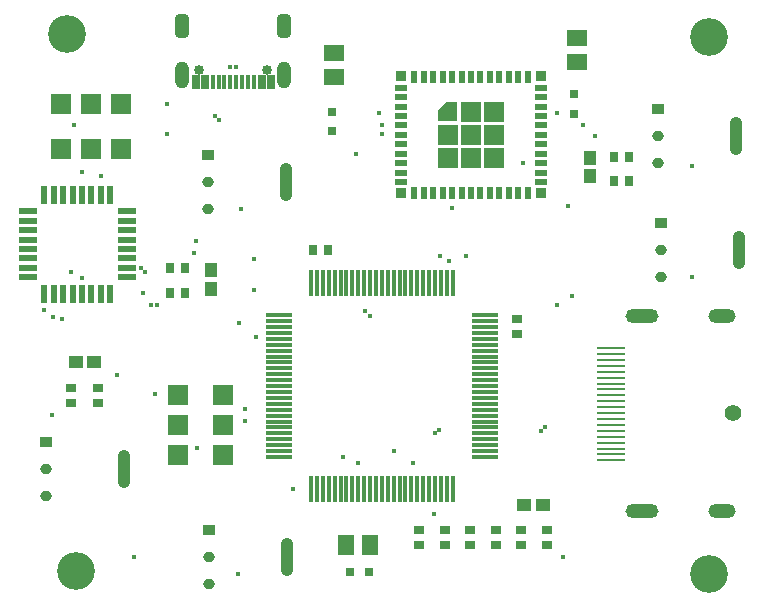
<source format=gbr>
%TF.GenerationSoftware,Altium Limited,Altium Designer,23.4.1 (23)*%
G04 Layer_Color=8388736*
%FSLAX45Y45*%
%MOMM*%
%TF.SameCoordinates,1140DA37-B3DB-4B23-8321-DC1501029C55*%
%TF.FilePolarity,Negative*%
%TF.FileFunction,Soldermask,Top*%
%TF.Part,Single*%
G01*
G75*
%TA.AperFunction,SMDPad,CuDef*%
%ADD19R,0.75814X0.81213*%
G04:AMPARAMS|DCode=20|XSize=1.00429mm|YSize=3.18213mm|CornerRadius=0.43687mm|HoleSize=0mm|Usage=FLASHONLY|Rotation=0.000|XOffset=0mm|YOffset=0mm|HoleType=Round|Shape=RoundedRectangle|*
%AMROUNDEDRECTD20*
21,1,1.00429,2.30840,0,0,0.0*
21,1,0.13056,3.18213,0,0,0.0*
1,1,0.87373,0.06528,-1.15420*
1,1,0.87373,-0.06528,-1.15420*
1,1,0.87373,-0.06528,1.15420*
1,1,0.87373,0.06528,1.15420*
%
%ADD20ROUNDEDRECTD20*%
G04:AMPARAMS|DCode=21|XSize=1.00429mm|YSize=0.87213mm|CornerRadius=0.43606mm|HoleSize=0mm|Usage=FLASHONLY|Rotation=0.000|XOffset=0mm|YOffset=0mm|HoleType=Round|Shape=RoundedRectangle|*
%AMROUNDEDRECTD21*
21,1,1.00429,0.00000,0,0,0.0*
21,1,0.13216,0.87213,0,0,0.0*
1,1,0.87213,0.06608,0.00000*
1,1,0.87213,-0.06608,0.00000*
1,1,0.87213,-0.06608,0.00000*
1,1,0.87213,0.06608,0.00000*
%
%ADD21ROUNDEDRECTD21*%
%ADD22R,1.00429X0.87213*%
%ADD24R,0.80000X0.80000*%
%ADD25R,0.80000X0.80000*%
%ADD26R,1.05822X1.30606*%
%ADD27R,1.55000X0.55000*%
%ADD28R,0.55000X1.55000*%
%ADD29R,0.81213X0.75814*%
%ADD30R,1.30606X1.05822*%
%TA.AperFunction,ConnectorPad*%
%ADD32R,2.40000X0.28000*%
%TA.AperFunction,ComponentPad*%
%ADD42C,1.40000*%
G04:AMPARAMS|DCode=43|XSize=1.2mm|YSize=2.3mm|CornerRadius=0.6mm|HoleSize=0mm|Usage=FLASHONLY|Rotation=90.000|XOffset=0mm|YOffset=0mm|HoleType=Round|Shape=RoundedRectangle|*
%AMROUNDEDRECTD43*
21,1,1.20000,1.10000,0,0,90.0*
21,1,0.00000,2.30000,0,0,90.0*
1,1,1.20000,0.55000,0.00000*
1,1,1.20000,0.55000,0.00000*
1,1,1.20000,-0.55000,0.00000*
1,1,1.20000,-0.55000,0.00000*
%
%ADD43ROUNDEDRECTD43*%
G04:AMPARAMS|DCode=44|XSize=1.2mm|YSize=2.8mm|CornerRadius=0.6mm|HoleSize=0mm|Usage=FLASHONLY|Rotation=90.000|XOffset=0mm|YOffset=0mm|HoleType=Round|Shape=RoundedRectangle|*
%AMROUNDEDRECTD44*
21,1,1.20000,1.60000,0,0,90.0*
21,1,0.00000,2.80000,0,0,90.0*
1,1,1.20000,0.80000,0.00000*
1,1,1.20000,0.80000,0.00000*
1,1,1.20000,-0.80000,0.00000*
1,1,1.20000,-0.80000,0.00000*
%
%ADD44ROUNDEDRECTD44*%
%TA.AperFunction,SMDPad,CuDef*%
%ADD50R,0.40000X2.30000*%
%ADD51R,2.30000X0.40000*%
%ADD52R,0.90320X0.90320*%
%TA.AperFunction,BGAPad,CuDef*%
%ADD53R,1.65320X1.65320*%
%TA.AperFunction,SMDPad,CuDef*%
%ADD54R,0.60320X1.00320*%
%ADD55R,1.00320X0.60320*%
%TA.AperFunction,ConnectorPad*%
%ADD56R,0.40000X1.25000*%
%ADD57R,0.70000X1.25000*%
%TA.AperFunction,BGAPad,CuDef*%
%ADD58R,1.80320X1.80320*%
%TA.AperFunction,SMDPad,CuDef*%
%ADD59R,1.65320X1.40320*%
%TA.AperFunction,BGAPad,CuDef*%
%ADD60R,1.80320X1.80320*%
%TA.AperFunction,SMDPad,CuDef*%
%ADD61R,1.40320X1.65320*%
%TA.AperFunction,ComponentPad*%
%ADD62C,0.85320*%
%ADD63O,1.20320X2.30320*%
G04:AMPARAMS|DCode=64|XSize=2.0032mm|YSize=1.2032mm|CornerRadius=0.3516mm|HoleSize=0mm|Usage=FLASHONLY|Rotation=270.000|XOffset=0mm|YOffset=0mm|HoleType=Round|Shape=RoundedRectangle|*
%AMROUNDEDRECTD64*
21,1,2.00320,0.50000,0,0,270.0*
21,1,1.30000,1.20320,0,0,270.0*
1,1,0.70320,-0.25000,-0.65000*
1,1,0.70320,-0.25000,0.65000*
1,1,0.70320,0.25000,0.65000*
1,1,0.70320,0.25000,-0.65000*
%
%ADD64ROUNDEDRECTD64*%
%TA.AperFunction,ViaPad*%
%ADD65C,0.45320*%
%ADD66C,3.20320*%
G36*
X15143401Y6712000D02*
X14978400D01*
Y6811000D01*
X15044400Y6877000D01*
X15143401D01*
Y6712000D01*
D02*
G37*
D19*
X16472701Y6210300D02*
D03*
X16598099D02*
D03*
X13920001Y5626100D02*
D03*
X14045399D02*
D03*
X16598099Y6413500D02*
D03*
X16472701D02*
D03*
X12713501Y5257800D02*
D03*
X12838899D02*
D03*
X12713501Y5473700D02*
D03*
X12838899D02*
D03*
D20*
X13689900Y6197600D02*
D03*
X17525301Y5626100D02*
D03*
X12319000Y3771900D02*
D03*
X17499899Y6591300D02*
D03*
X13702600Y3022600D02*
D03*
D21*
X13030901Y5968600D02*
D03*
Y6197600D02*
D03*
X16866299Y5397100D02*
D03*
Y5626100D02*
D03*
X11660000Y3542900D02*
D03*
Y3771900D02*
D03*
X16840900Y6362300D02*
D03*
Y6591300D02*
D03*
X13043600Y2793600D02*
D03*
Y3022600D02*
D03*
D22*
X13030901Y6426600D02*
D03*
X16866299Y5855100D02*
D03*
X11660000Y4000900D02*
D03*
X16840900Y6820300D02*
D03*
X13043600Y3251600D02*
D03*
D24*
X14084300Y6629500D02*
D03*
Y6794500D02*
D03*
X16128999Y6775500D02*
D03*
Y6940500D02*
D03*
D25*
X14395399Y2895600D02*
D03*
X14230400D02*
D03*
D26*
X16268700Y6403616D02*
D03*
Y6248400D02*
D03*
X13055600Y5294492D02*
D03*
Y5449708D02*
D03*
D27*
X12344400Y5951200D02*
D03*
Y5871200D02*
D03*
Y5791200D02*
D03*
Y5711200D02*
D03*
Y5631200D02*
D03*
Y5551200D02*
D03*
Y5471200D02*
D03*
Y5391200D02*
D03*
X11504400D02*
D03*
Y5471200D02*
D03*
Y5551200D02*
D03*
Y5631200D02*
D03*
Y5711200D02*
D03*
Y5791200D02*
D03*
Y5871200D02*
D03*
Y5951200D02*
D03*
D28*
X12204400Y5251200D02*
D03*
X12124400D02*
D03*
X12044400D02*
D03*
X11964400D02*
D03*
X11884400D02*
D03*
X11804400D02*
D03*
X11724400D02*
D03*
X11644400D02*
D03*
Y6091200D02*
D03*
X11724400D02*
D03*
X11804400D02*
D03*
X11884400D02*
D03*
X11964400D02*
D03*
X12044400D02*
D03*
X12124400D02*
D03*
X12204400D02*
D03*
D29*
X15900400Y3125801D02*
D03*
Y3251200D02*
D03*
X15684500Y3125001D02*
D03*
Y3250399D02*
D03*
X15468600Y3125801D02*
D03*
Y3251200D02*
D03*
X15252699Y3125801D02*
D03*
Y3251200D02*
D03*
X15036800Y3125801D02*
D03*
Y3251200D02*
D03*
X14820900Y3125801D02*
D03*
Y3251200D02*
D03*
X12103100Y4331501D02*
D03*
Y4456899D02*
D03*
X11874500Y4331501D02*
D03*
Y4456899D02*
D03*
X15646400Y5041099D02*
D03*
Y4915701D02*
D03*
D30*
X15863708Y3467100D02*
D03*
X15708492D02*
D03*
X12066408Y4673600D02*
D03*
X11911192D02*
D03*
D32*
X16444600Y3841800D02*
D03*
Y3891800D02*
D03*
Y3941800D02*
D03*
Y3991800D02*
D03*
Y4041800D02*
D03*
Y4091800D02*
D03*
Y4141800D02*
D03*
Y4191800D02*
D03*
Y4241800D02*
D03*
Y4291800D02*
D03*
Y4341800D02*
D03*
Y4391800D02*
D03*
Y4441800D02*
D03*
Y4491800D02*
D03*
Y4541800D02*
D03*
Y4591800D02*
D03*
Y4641800D02*
D03*
Y4691800D02*
D03*
Y4741800D02*
D03*
Y4791800D02*
D03*
D42*
X17472600Y4241800D02*
D03*
D43*
X17382600Y5066800D02*
D03*
Y3416800D02*
D03*
D44*
X16704601Y5066800D02*
D03*
Y3416800D02*
D03*
D50*
X13903400Y3600400D02*
D03*
X13953400D02*
D03*
X14003400D02*
D03*
X14053400D02*
D03*
X14103400D02*
D03*
X14153400D02*
D03*
X14203400D02*
D03*
X14253400D02*
D03*
X14303400D02*
D03*
X14353400D02*
D03*
X14403400D02*
D03*
X14453400D02*
D03*
X14503400D02*
D03*
X14553400D02*
D03*
X14603400D02*
D03*
X14653400D02*
D03*
X14703400D02*
D03*
X14753400D02*
D03*
X14803400D02*
D03*
X14853400D02*
D03*
X14903400D02*
D03*
X14953400D02*
D03*
X15003400D02*
D03*
X15053400D02*
D03*
X15103400D02*
D03*
Y5340400D02*
D03*
X15053400D02*
D03*
X15003400D02*
D03*
X14953400D02*
D03*
X14903400D02*
D03*
X14853400D02*
D03*
X14803400D02*
D03*
X14753400D02*
D03*
X14703400D02*
D03*
X14653400D02*
D03*
X14603400D02*
D03*
X14553400D02*
D03*
X14503400D02*
D03*
X14453400D02*
D03*
X14403400D02*
D03*
X14353400D02*
D03*
X14303400D02*
D03*
X14253400D02*
D03*
X14203400D02*
D03*
X14153400D02*
D03*
X14103400D02*
D03*
X14053400D02*
D03*
X14003400D02*
D03*
X13953400D02*
D03*
X13903400D02*
D03*
D51*
X15373399Y3870400D02*
D03*
Y3920400D02*
D03*
Y3970400D02*
D03*
Y4020400D02*
D03*
Y4070400D02*
D03*
Y4120400D02*
D03*
Y4170400D02*
D03*
Y4220400D02*
D03*
Y4270400D02*
D03*
Y4320400D02*
D03*
Y4370400D02*
D03*
Y4420400D02*
D03*
Y4470400D02*
D03*
Y4520400D02*
D03*
Y4570400D02*
D03*
Y4620400D02*
D03*
Y4670400D02*
D03*
Y4720400D02*
D03*
Y4770400D02*
D03*
Y4820400D02*
D03*
Y4870400D02*
D03*
Y4920400D02*
D03*
Y4970400D02*
D03*
Y5020400D02*
D03*
Y5070400D02*
D03*
X13633400D02*
D03*
Y5020400D02*
D03*
Y4970400D02*
D03*
Y4920400D02*
D03*
Y4870400D02*
D03*
Y4820400D02*
D03*
Y4770400D02*
D03*
Y4720400D02*
D03*
Y4670400D02*
D03*
Y4620400D02*
D03*
Y4570400D02*
D03*
Y4520400D02*
D03*
Y4470400D02*
D03*
Y4420400D02*
D03*
Y4370400D02*
D03*
Y4320400D02*
D03*
Y4270400D02*
D03*
Y4220400D02*
D03*
Y4170400D02*
D03*
Y4120400D02*
D03*
Y4070400D02*
D03*
Y4020400D02*
D03*
Y3970400D02*
D03*
Y3920400D02*
D03*
Y3870400D02*
D03*
D52*
X15853400Y7092000D02*
D03*
Y6102000D02*
D03*
X14663400D02*
D03*
Y7092000D02*
D03*
D53*
X15455901Y6597000D02*
D03*
Y6399500D02*
D03*
X15258400D02*
D03*
X15060899D02*
D03*
Y6597000D02*
D03*
X15258400Y6794500D02*
D03*
X15455901D02*
D03*
X15258400Y6597000D02*
D03*
D54*
X14778400Y7087000D02*
D03*
X14858400D02*
D03*
X14938400D02*
D03*
X15018401D02*
D03*
X15098399D02*
D03*
X15178400D02*
D03*
X15258400D02*
D03*
X15338400D02*
D03*
X15418401D02*
D03*
X15498399D02*
D03*
X15578400D02*
D03*
X15658400D02*
D03*
X15738400D02*
D03*
Y6107000D02*
D03*
X15658400D02*
D03*
X15578400D02*
D03*
X15498399D02*
D03*
X15418401D02*
D03*
X15338400D02*
D03*
X15258400D02*
D03*
X15178400D02*
D03*
X15098399D02*
D03*
X15018401D02*
D03*
X14938400D02*
D03*
X14858400D02*
D03*
X14778400D02*
D03*
D55*
X15848399Y6997000D02*
D03*
Y6917000D02*
D03*
Y6837000D02*
D03*
Y6757000D02*
D03*
Y6677000D02*
D03*
Y6597000D02*
D03*
Y6517000D02*
D03*
Y6437000D02*
D03*
Y6357000D02*
D03*
Y6277000D02*
D03*
Y6197000D02*
D03*
X14668401D02*
D03*
Y6277000D02*
D03*
Y6357000D02*
D03*
Y6437000D02*
D03*
Y6517000D02*
D03*
Y6597000D02*
D03*
Y6677000D02*
D03*
Y6757000D02*
D03*
Y6837000D02*
D03*
Y6917000D02*
D03*
Y6997000D02*
D03*
D56*
X13421100Y7042900D02*
D03*
X13371100D02*
D03*
X13321100D02*
D03*
X13071100D02*
D03*
X13121100D02*
D03*
X13171100D02*
D03*
X13271100D02*
D03*
X13221100D02*
D03*
D57*
X13006100D02*
D03*
X13486099D02*
D03*
X12926100D02*
D03*
X13566100D02*
D03*
D58*
X12039600Y6857000D02*
D03*
Y6477000D02*
D03*
X12293600Y6857000D02*
D03*
X11785600D02*
D03*
Y6477000D02*
D03*
X12293600D02*
D03*
D59*
X14097000Y7088200D02*
D03*
Y7288200D02*
D03*
X16154401Y7215200D02*
D03*
Y7415200D02*
D03*
D60*
X13156700Y4140200D02*
D03*
X12776700D02*
D03*
X13156700Y3886200D02*
D03*
Y4394200D02*
D03*
X12776700D02*
D03*
Y3886200D02*
D03*
D61*
X14201801Y3124200D02*
D03*
X14401801D02*
D03*
D62*
X13535100Y7150400D02*
D03*
X12957100D02*
D03*
D63*
X12814101Y7100400D02*
D03*
X13678101D02*
D03*
D64*
X12814101Y7518400D02*
D03*
X13678101D02*
D03*
D65*
X14173199Y3873500D02*
D03*
X14605000Y3924300D02*
D03*
X14770100Y3822700D02*
D03*
X14303400Y3819500D02*
D03*
X12585700Y4406900D02*
D03*
X12261850Y4565650D02*
D03*
X16040100Y3022600D02*
D03*
X13284200Y2882900D02*
D03*
X13309599Y5969000D02*
D03*
X14503400Y6604000D02*
D03*
Y6680200D02*
D03*
X14363699Y5105400D02*
D03*
X14401801Y5067300D02*
D03*
X12687300Y6858000D02*
D03*
Y6604000D02*
D03*
X14287500Y6438900D02*
D03*
X17132300Y6337300D02*
D03*
Y5397500D02*
D03*
X12128500Y6248400D02*
D03*
X11963400Y6286500D02*
D03*
X11722100Y5054600D02*
D03*
X11709400Y4229100D02*
D03*
X12941299Y3949700D02*
D03*
X13747701Y3600400D02*
D03*
X13423900Y5283200D02*
D03*
Y5549900D02*
D03*
X12484100Y5257800D02*
D03*
X11899900Y6680200D02*
D03*
X11963400Y5384095D02*
D03*
X12407900Y3022600D02*
D03*
X11874500Y5435600D02*
D03*
X15989301Y6781800D02*
D03*
X14478000D02*
D03*
X14947900Y3390900D02*
D03*
X16078200Y5994400D02*
D03*
X15214600Y5575300D02*
D03*
X15697200Y6362700D02*
D03*
X15074899Y5528113D02*
D03*
X13216100Y7169063D02*
D03*
X12496800Y5434895D02*
D03*
X12464697Y5467703D02*
D03*
X13093700Y6756400D02*
D03*
X13125803Y6724297D02*
D03*
X12928600Y5702300D02*
D03*
X12603000Y5156200D02*
D03*
X13271500Y7175500D02*
D03*
X13347701Y4279900D02*
D03*
Y4178300D02*
D03*
X11645900Y5118100D02*
D03*
X11798300Y5041900D02*
D03*
X12547600Y5156200D02*
D03*
X12915900Y5600700D02*
D03*
X13296899Y5003800D02*
D03*
X13436600Y4889500D02*
D03*
X16306799Y6591300D02*
D03*
X16205200Y6680200D02*
D03*
X16116299Y5232400D02*
D03*
X15988699Y5155600D02*
D03*
X15100301Y5981700D02*
D03*
X14998700Y5575300D02*
D03*
X15881703Y4121503D02*
D03*
X15849600Y4089400D02*
D03*
X14953897Y4069997D02*
D03*
X14986000Y4102100D02*
D03*
D66*
X11836400Y7454900D02*
D03*
X11912600Y2908300D02*
D03*
X17272000Y2882900D02*
D03*
Y7429500D02*
D03*
%TF.MD5,7280ed00755fcf0e8129cb068fe9c3f0*%
M02*

</source>
